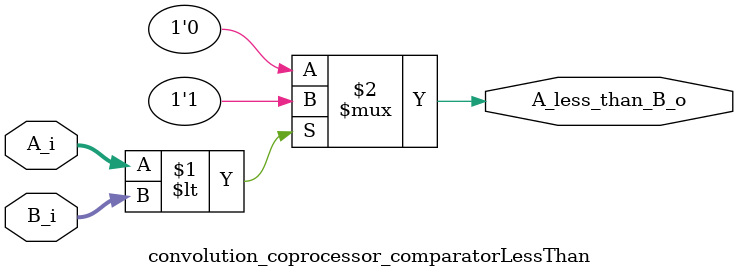
<source format=sv>
/*	
   ===================================================================
   Module Name  : Comparator Less Than
      
   Filename     : comparatorLessThan.v
   Type         : Verilog Module
   
   Description  : This block compares two unsigned binary numbers.
                  A_less_than_B_o output values:
                  
                  Value   Condition
                  
                  1'b1     A_i < B_i                  
                  1'b0     otherwise
                  
   -----------------------------------------------------------------------------
   Clocks      : -
   Reset       : -
   Parameters  :   
         NAME                         Comments                   Default
         ------------------------------------------------------------------------------
         DATA_WIDTH              Number of data bits                13 
         ------------------------------------------------------------------------------
   Version     : 1.0
   Data        : 14 Nov 2018
   Revision    : -
   Reviser     : -		
   ------------------------------------------------------------------------------
      Modification Log "please register all the modifications in this area"
      (D/M/Y)  
      
   ----------------------
   // Instance template
   ----------------------
   comparatorLessThan 
   #(
      .DATA_WIDTH   (),
   )
   "MODULE_NAME"
   (
      A_i            (),
      B_i            (), 
      A_less_than_B_o()
   );
*/

module convolution_coprocessor_comparatorLessThan 
#(
   parameter DATA_WIDTH = 6
)(
	input [DATA_WIDTH-1:0]  A_i,
	input [DATA_WIDTH-1:0]  B_i, 
	output                  A_less_than_B_o
);

	assign A_less_than_B_o = ( A_i < B_i ) ? 1'b1 :  1'b0;

endmodule

</source>
